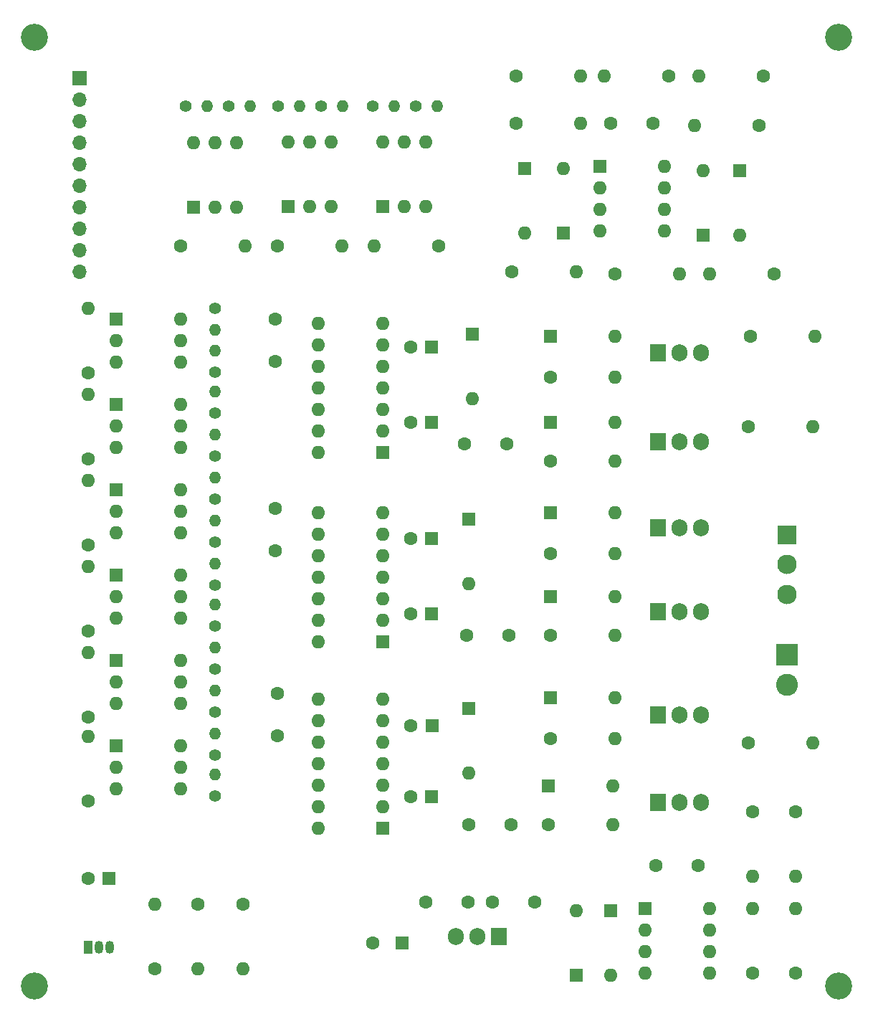
<source format=gbr>
%TF.GenerationSoftware,KiCad,Pcbnew,8.0.7*%
%TF.CreationDate,2025-01-10T08:42:05-05:00*%
%TF.ProjectId,esc,6573632e-6b69-4636-9164-5f7063625858,rev?*%
%TF.SameCoordinates,Original*%
%TF.FileFunction,Soldermask,Top*%
%TF.FilePolarity,Negative*%
%FSLAX46Y46*%
G04 Gerber Fmt 4.6, Leading zero omitted, Abs format (unit mm)*
G04 Created by KiCad (PCBNEW 8.0.7) date 2025-01-10 08:42:05*
%MOMM*%
%LPD*%
G01*
G04 APERTURE LIST*
%ADD10C,1.600000*%
%ADD11O,1.600000X1.600000*%
%ADD12C,3.200000*%
%ADD13R,2.600000X2.600000*%
%ADD14C,2.600000*%
%ADD15C,2.300000*%
%ADD16R,2.300000X2.300000*%
%ADD17R,1.600000X1.600000*%
%ADD18C,1.400000*%
%ADD19O,1.400000X1.400000*%
%ADD20O,1.700000X1.700000*%
%ADD21R,1.700000X1.700000*%
%ADD22O,1.905000X2.000000*%
%ADD23R,1.905000X2.000000*%
%ADD24O,1.050000X1.500000*%
%ADD25R,1.050000X1.500000*%
G04 APERTURE END LIST*
D10*
%TO.C,R34*%
X35306000Y-118110000D03*
D11*
X35306000Y-110490000D03*
%TD*%
D10*
%TO.C,R33*%
X35306000Y-108204000D03*
D11*
X35306000Y-100584000D03*
%TD*%
D10*
%TO.C,R30*%
X35306000Y-98044000D03*
D11*
X35306000Y-90424000D03*
%TD*%
D10*
%TO.C,R29*%
X35306000Y-87884000D03*
D11*
X35306000Y-80264000D03*
%TD*%
D10*
%TO.C,R26*%
X35306000Y-77724000D03*
D11*
X35306000Y-70104000D03*
%TD*%
D10*
%TO.C,R27*%
X35306000Y-67564000D03*
D11*
X35306000Y-59944000D03*
%TD*%
D12*
%TO.C,REF\u002A\u002A*%
X124000000Y-28000000D03*
%TD*%
%TO.C,REF\u002A\u002A*%
X124000000Y-140000000D03*
%TD*%
%TO.C,REF\u002A\u002A*%
X28956000Y-140000000D03*
%TD*%
%TO.C,REF\u002A\u002A*%
X29000000Y-28000000D03*
%TD*%
D13*
%TO.C,J3*%
X117856000Y-100894000D03*
D14*
X117856000Y-104394000D03*
%TD*%
D15*
%TO.C,J2*%
X117856000Y-93726000D03*
X117856000Y-90226000D03*
D16*
X117856000Y-86726000D03*
%TD*%
D10*
%TO.C,C12*%
X80264000Y-120904000D03*
X85264000Y-120904000D03*
%TD*%
%TO.C,C18*%
X97068000Y-38100000D03*
X102068000Y-38100000D03*
%TD*%
%TO.C,C17*%
X102402000Y-125730000D03*
X107402000Y-125730000D03*
%TD*%
%TO.C,C16*%
X88098000Y-130048000D03*
X83098000Y-130048000D03*
%TD*%
%TO.C,C14*%
X75224000Y-130048000D03*
X80224000Y-130048000D03*
%TD*%
%TO.C,C9*%
X57658000Y-105450000D03*
X57658000Y-110450000D03*
%TD*%
%TO.C,C8*%
X80050000Y-98552000D03*
X85050000Y-98552000D03*
%TD*%
%TO.C,C5*%
X57404000Y-66254000D03*
X57404000Y-61254000D03*
%TD*%
%TO.C,C4*%
X57404000Y-88606000D03*
X57404000Y-83606000D03*
%TD*%
%TO.C,C3*%
X79771113Y-75946000D03*
X84771113Y-75946000D03*
%TD*%
%TO.C,C15*%
X68890000Y-134874000D03*
D17*
X72390000Y-134874000D03*
%TD*%
D10*
%TO.C,C13*%
X35281113Y-127254000D03*
D17*
X37781113Y-127254000D03*
%TD*%
%TO.C,C11*%
X75881113Y-117602000D03*
D10*
X73381113Y-117602000D03*
%TD*%
D17*
%TO.C,C10*%
X75946000Y-109220000D03*
D10*
X73446000Y-109220000D03*
%TD*%
D17*
%TO.C,C7*%
X75881113Y-87122000D03*
D10*
X73381113Y-87122000D03*
%TD*%
D17*
%TO.C,C6*%
X75881113Y-96012000D03*
D10*
X73381113Y-96012000D03*
%TD*%
D17*
%TO.C,C2*%
X75881113Y-64516000D03*
D10*
X73381113Y-64516000D03*
%TD*%
D17*
%TO.C,C1*%
X75881113Y-73406000D03*
D10*
X73381113Y-73406000D03*
%TD*%
%TO.C,R24*%
X76723000Y-52578000D03*
D11*
X69103000Y-52578000D03*
%TD*%
D18*
%TO.C,R46*%
X46801000Y-36068000D03*
D19*
X49341000Y-36068000D03*
%TD*%
D18*
%TO.C,R45*%
X57723000Y-36068000D03*
D19*
X60263000Y-36068000D03*
%TD*%
D18*
%TO.C,R44*%
X68899000Y-36068000D03*
D19*
X71439000Y-36068000D03*
%TD*%
D18*
%TO.C,R43*%
X51881000Y-36068000D03*
D19*
X54421000Y-36068000D03*
%TD*%
D18*
%TO.C,R42*%
X62803000Y-36068000D03*
D19*
X65343000Y-36068000D03*
%TD*%
D18*
%TO.C,R41*%
X73979000Y-36068000D03*
D19*
X76519000Y-36068000D03*
%TD*%
D20*
%TO.C,J1*%
X34290000Y-55626000D03*
X34290000Y-53086000D03*
X34290000Y-50546000D03*
X34290000Y-48006000D03*
X34290000Y-45466000D03*
X34290000Y-42926000D03*
X34290000Y-40386000D03*
X34290000Y-37846000D03*
X34290000Y-35306000D03*
D21*
X34290000Y-32766000D03*
%TD*%
D18*
%TO.C,R52*%
X50292000Y-117552000D03*
D19*
X50292000Y-115012000D03*
%TD*%
D18*
%TO.C,R51*%
X50292000Y-107646000D03*
D19*
X50292000Y-105106000D03*
%TD*%
D18*
%TO.C,R50*%
X50292000Y-97486000D03*
D19*
X50292000Y-94946000D03*
%TD*%
D18*
%TO.C,R49*%
X50292000Y-87580000D03*
D19*
X50292000Y-85040000D03*
%TD*%
D18*
%TO.C,R48*%
X50292000Y-77420000D03*
D19*
X50292000Y-74880000D03*
%TD*%
D18*
%TO.C,R47*%
X50292000Y-67514000D03*
D19*
X50292000Y-64974000D03*
%TD*%
D18*
%TO.C,R36*%
X50292000Y-112726000D03*
D19*
X50292000Y-110186000D03*
%TD*%
D18*
%TO.C,R35*%
X50292000Y-102566000D03*
D19*
X50292000Y-100026000D03*
%TD*%
D18*
%TO.C,R32*%
X50292000Y-92660000D03*
D19*
X50292000Y-90120000D03*
%TD*%
%TO.C,R31*%
X50292000Y-79960000D03*
D18*
X50292000Y-82500000D03*
%TD*%
D19*
%TO.C,R28*%
X50292000Y-69800000D03*
D18*
X50292000Y-72340000D03*
%TD*%
D19*
%TO.C,R25*%
X50292000Y-62534000D03*
D18*
X50292000Y-59994000D03*
%TD*%
D10*
%TO.C,R12*%
X46243000Y-52578000D03*
D11*
X53863000Y-52578000D03*
%TD*%
%TO.C,U7*%
X47777000Y-40401000D03*
X50317000Y-40401000D03*
X52857000Y-40401000D03*
X52857000Y-48021000D03*
X50317000Y-48021000D03*
D17*
X47777000Y-48021000D03*
%TD*%
D11*
%TO.C,R38*%
X48260000Y-137922000D03*
D10*
X48260000Y-130302000D03*
%TD*%
D11*
%TO.C,D14*%
X97536000Y-105918000D03*
D17*
X89916000Y-105918000D03*
%TD*%
%TO.C,U11*%
X38608000Y-71304153D03*
D11*
X38608000Y-73844153D03*
X38608000Y-76384153D03*
X46228000Y-76384153D03*
X46228000Y-73844153D03*
X46228000Y-71304153D03*
%TD*%
%TO.C,R14*%
X96266000Y-32512000D03*
D10*
X103886000Y-32512000D03*
%TD*%
D11*
%TO.C,R2*%
X97536000Y-68072000D03*
D10*
X89916000Y-68072000D03*
%TD*%
D11*
%TO.C,R22*%
X113792000Y-130810000D03*
D10*
X113792000Y-138430000D03*
%TD*%
D11*
%TO.C,R4*%
X121158000Y-63246000D03*
D10*
X113538000Y-63246000D03*
%TD*%
D11*
%TO.C,R20*%
X113792000Y-127000000D03*
D10*
X113792000Y-119380000D03*
%TD*%
D11*
%TO.C,U8*%
X58943000Y-40376000D03*
X61483000Y-40376000D03*
X64023000Y-40376000D03*
X64023000Y-47996000D03*
X61483000Y-47996000D03*
D17*
X58943000Y-47996000D03*
%TD*%
D10*
%TO.C,R3*%
X89916000Y-88900000D03*
D11*
X97536000Y-88900000D03*
%TD*%
%TO.C,R16*%
X93472000Y-32512000D03*
D10*
X85852000Y-32512000D03*
%TD*%
D11*
%TO.C,R21*%
X118872000Y-130810000D03*
D10*
X118872000Y-138430000D03*
%TD*%
D11*
%TO.C,R1*%
X97536000Y-77978000D03*
D10*
X89916000Y-77978000D03*
%TD*%
D11*
%TO.C,D2*%
X80250000Y-92456000D03*
D17*
X80250000Y-84836000D03*
%TD*%
D11*
%TO.C,R18*%
X108712000Y-55880000D03*
D10*
X116332000Y-55880000D03*
%TD*%
D22*
%TO.C,Q6*%
X107696000Y-118293000D03*
X105156000Y-118293000D03*
D23*
X102616000Y-118293000D03*
%TD*%
D11*
%TO.C,D3*%
X80250000Y-114808000D03*
D17*
X80250000Y-107188000D03*
%TD*%
D11*
%TO.C,R19*%
X65293000Y-52578000D03*
D10*
X57673000Y-52578000D03*
%TD*%
D11*
%TO.C,D8*%
X92964000Y-131064000D03*
D17*
X92964000Y-138684000D03*
%TD*%
D11*
%TO.C,R15*%
X105156000Y-55880000D03*
D10*
X97536000Y-55880000D03*
%TD*%
D11*
%TO.C,U10*%
X46228000Y-61214000D03*
X46228000Y-63754000D03*
X46228000Y-66294000D03*
X38608000Y-66294000D03*
X38608000Y-63754000D03*
D17*
X38608000Y-61214000D03*
%TD*%
%TO.C,U15*%
X38608000Y-111664765D03*
D11*
X38608000Y-114204765D03*
X38608000Y-116744765D03*
X46228000Y-116744765D03*
X46228000Y-114204765D03*
X46228000Y-111664765D03*
%TD*%
D10*
%TO.C,R9*%
X113284000Y-111252000D03*
D11*
X120904000Y-111252000D03*
%TD*%
D10*
%TO.C,R7*%
X89916000Y-110744000D03*
D11*
X97536000Y-110744000D03*
%TD*%
%TO.C,D7*%
X112268000Y-51308000D03*
D17*
X112268000Y-43688000D03*
%TD*%
%TO.C,D13*%
X89916000Y-93980000D03*
D11*
X97536000Y-93980000D03*
%TD*%
%TO.C,R10*%
X93472000Y-38100000D03*
D10*
X85852000Y-38100000D03*
%TD*%
D11*
%TO.C,U2*%
X62474000Y-99319000D03*
X62474000Y-96779000D03*
X62474000Y-94239000D03*
X62474000Y-91699000D03*
X62474000Y-89159000D03*
X62474000Y-86619000D03*
X62474000Y-84079000D03*
X70094000Y-84079000D03*
X70094000Y-86619000D03*
X70094000Y-89159000D03*
X70094000Y-91699000D03*
X70094000Y-94239000D03*
X70094000Y-96779000D03*
D17*
X70094000Y-99319000D03*
%TD*%
D11*
%TO.C,R17*%
X106934000Y-38354000D03*
D10*
X114554000Y-38354000D03*
%TD*%
%TO.C,R6*%
X113284000Y-73914000D03*
D11*
X120904000Y-73914000D03*
%TD*%
%TO.C,D5*%
X86868000Y-51054000D03*
D17*
X86868000Y-43434000D03*
%TD*%
D11*
%TO.C,D4*%
X91440000Y-43434000D03*
D17*
X91440000Y-51054000D03*
%TD*%
D10*
%TO.C,R8*%
X89662000Y-120904000D03*
D11*
X97282000Y-120904000D03*
%TD*%
D24*
%TO.C,Q7*%
X37846000Y-135382000D03*
X36576000Y-135382000D03*
D25*
X35306000Y-135382000D03*
%TD*%
D17*
%TO.C,U14*%
X38608000Y-101574612D03*
D11*
X38608000Y-104114612D03*
X38608000Y-106654612D03*
X46228000Y-106654612D03*
X46228000Y-104114612D03*
X46228000Y-101574612D03*
%TD*%
D17*
%TO.C,D12*%
X89916000Y-84074000D03*
D11*
X97536000Y-84074000D03*
%TD*%
D17*
%TO.C,U4*%
X95758000Y-43180000D03*
D11*
X95758000Y-45720000D03*
X95758000Y-48260000D03*
X95758000Y-50800000D03*
X103378000Y-50800000D03*
X103378000Y-48260000D03*
X103378000Y-45720000D03*
X103378000Y-43180000D03*
%TD*%
D23*
%TO.C,U6*%
X83820000Y-134112000D03*
D22*
X81280000Y-134112000D03*
X78740000Y-134112000D03*
%TD*%
D11*
%TO.C,R11*%
X92964000Y-55626000D03*
D10*
X85344000Y-55626000D03*
%TD*%
D22*
%TO.C,Q3*%
X107696000Y-85919000D03*
X105156000Y-85919000D03*
D23*
X102616000Y-85919000D03*
%TD*%
D11*
%TO.C,R13*%
X107442000Y-32512000D03*
D10*
X115062000Y-32512000D03*
%TD*%
D11*
%TO.C,U9*%
X70134000Y-40376000D03*
X72674000Y-40376000D03*
X75214000Y-40376000D03*
X75214000Y-47996000D03*
X72674000Y-47996000D03*
D17*
X70134000Y-47996000D03*
%TD*%
D23*
%TO.C,Q4*%
X102616000Y-95758000D03*
D22*
X105156000Y-95758000D03*
X107696000Y-95758000D03*
%TD*%
D11*
%TO.C,D6*%
X107950000Y-43688000D03*
D17*
X107950000Y-51308000D03*
%TD*%
D11*
%TO.C,D1*%
X80707113Y-70612000D03*
D17*
X80707113Y-62992000D03*
%TD*%
D11*
%TO.C,U12*%
X46228000Y-81394306D03*
X46228000Y-83934306D03*
X46228000Y-86474306D03*
X38608000Y-86474306D03*
X38608000Y-83934306D03*
D17*
X38608000Y-81394306D03*
%TD*%
D22*
%TO.C,Q5*%
X107696000Y-107950000D03*
X105156000Y-107950000D03*
D23*
X102616000Y-107950000D03*
%TD*%
%TO.C,Q2*%
X102616000Y-75692000D03*
D22*
X105156000Y-75692000D03*
X107696000Y-75692000D03*
%TD*%
D11*
%TO.C,U5*%
X108722000Y-130820000D03*
X108722000Y-133360000D03*
X108722000Y-135900000D03*
X108722000Y-138440000D03*
X101102000Y-138440000D03*
X101102000Y-135900000D03*
X101102000Y-133360000D03*
D17*
X101102000Y-130820000D03*
%TD*%
D11*
%TO.C,D15*%
X97282000Y-116332000D03*
D17*
X89662000Y-116332000D03*
%TD*%
D11*
%TO.C,D9*%
X97028000Y-138684000D03*
D17*
X97028000Y-131064000D03*
%TD*%
D11*
%TO.C,D10*%
X97536000Y-63246000D03*
D17*
X89916000Y-63246000D03*
%TD*%
D11*
%TO.C,R23*%
X118872000Y-127000000D03*
D10*
X118872000Y-119380000D03*
%TD*%
D23*
%TO.C,Q1*%
X102616000Y-65207000D03*
D22*
X105156000Y-65207000D03*
X107696000Y-65207000D03*
%TD*%
D10*
%TO.C,R5*%
X89916000Y-98552000D03*
D11*
X97536000Y-98552000D03*
%TD*%
%TO.C,U13*%
X46228000Y-91484459D03*
X46228000Y-94024459D03*
X46228000Y-96564459D03*
X38608000Y-96564459D03*
X38608000Y-94024459D03*
D17*
X38608000Y-91484459D03*
%TD*%
D11*
%TO.C,R37*%
X43180000Y-130302000D03*
D10*
X43180000Y-137922000D03*
%TD*%
D11*
%TO.C,U3*%
X62474000Y-121350000D03*
X62474000Y-118810000D03*
X62474000Y-116270000D03*
X62474000Y-113730000D03*
X62474000Y-111190000D03*
X62474000Y-108650000D03*
X62474000Y-106110000D03*
X70094000Y-106110000D03*
X70094000Y-108650000D03*
X70094000Y-111190000D03*
X70094000Y-113730000D03*
X70094000Y-116270000D03*
X70094000Y-118810000D03*
D17*
X70094000Y-121350000D03*
%TD*%
D11*
%TO.C,D11*%
X97536000Y-73406000D03*
D17*
X89916000Y-73406000D03*
%TD*%
D11*
%TO.C,U1*%
X62484000Y-76962000D03*
X62484000Y-74422000D03*
X62484000Y-71882000D03*
X62484000Y-69342000D03*
X62484000Y-66802000D03*
X62484000Y-64262000D03*
X62484000Y-61722000D03*
X70104000Y-61722000D03*
X70104000Y-64262000D03*
X70104000Y-66802000D03*
X70104000Y-69342000D03*
X70104000Y-71882000D03*
X70104000Y-74422000D03*
D17*
X70104000Y-76962000D03*
%TD*%
D11*
%TO.C,R39*%
X53594000Y-137922000D03*
D10*
X53594000Y-130302000D03*
%TD*%
M02*

</source>
